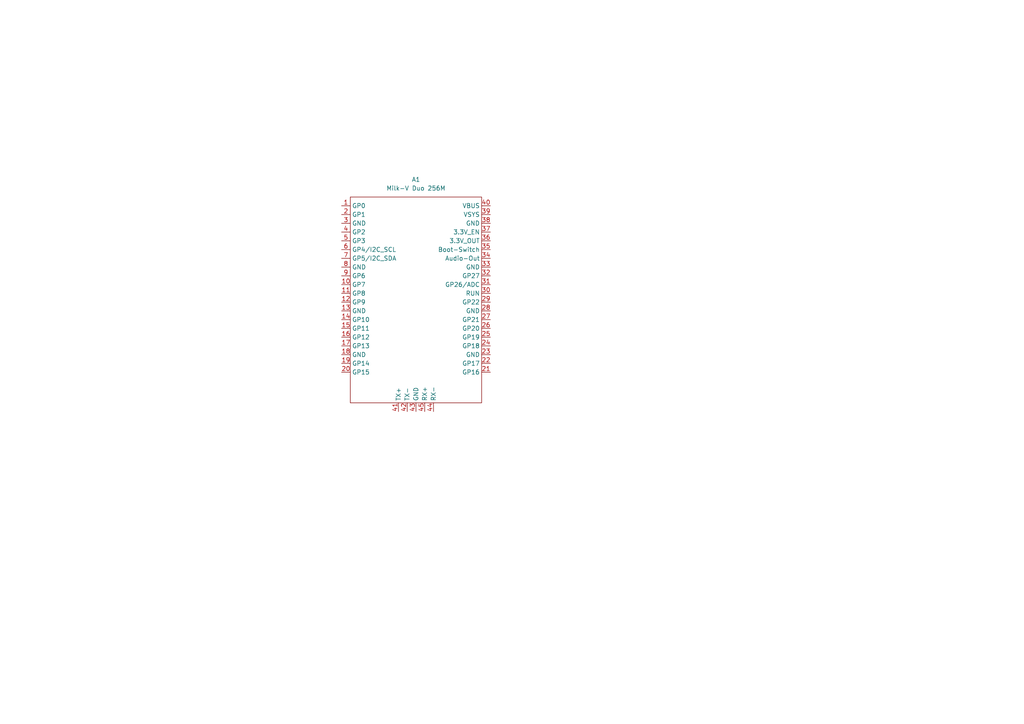
<source format=kicad_sch>
(kicad_sch (version 20231120) (generator "eeschema") (generator_version "8.0")
  (paper "A4")
  (lib_symbols
    (symbol "milkv_components:Milk-V_Duo_256M"
      (property "Reference" "A" (at 3.302 -1.27 0))
      (property "Value" "Milk-V Duo 256M" (at -9.906 -1.27 0))
      (symbol "Milk-V_Duo_256M_0_1"
        (rectangle (start -19.05 -2.54) (end 19.05 -62.23))
      )
      (symbol "Milk-V_Duo_256M_1_1"
        (pin bidirectional line (at -21.59 -5.08 0) (length 2.54) (name "GP0") (number "1"))
        (pin bidirectional line (at -21.59 -27.94 0) (length 2.54) (name "GP7") (number "10"))
        (pin bidirectional line (at -21.59 -30.48 0) (length 2.54) (name "GP8") (number "11"))
        (pin bidirectional line (at -21.59 -33.02 0) (length 2.54) (name "GP9") (number "12"))
        (pin output line (at -21.59 -35.56 0) (length 2.54) (name "GND") (number "13"))
        (pin bidirectional line (at -21.59 -38.1 0) (length 2.54) (name "GP10") (number "14"))
        (pin bidirectional line (at -21.59 -40.64 0) (length 2.54) (name "GP11") (number "15"))
        (pin bidirectional line (at -21.59 -43.18 0) (length 2.54) (name "GP12") (number "16"))
        (pin bidirectional line (at -21.59 -45.72 0) (length 2.54) (name "GP13") (number "17"))
        (pin output line (at -21.59 -48.26 0) (length 2.54) (name "GND") (number "18"))
        (pin bidirectional line (at -21.59 -50.8 0) (length 2.54) (name "GP14") (number "19"))
        (pin bidirectional line (at -21.59 -7.62 0) (length 2.54) (name "GP1") (number "2"))
        (pin bidirectional line (at -21.59 -53.34 0) (length 2.54) (name "GP15") (number "20"))
        (pin bidirectional line (at 21.59 -53.34 180) (length 2.54) (name "GP16") (number "21"))
        (pin bidirectional line (at 21.59 -50.8 180) (length 2.54) (name "GP17") (number "22"))
        (pin output line (at 21.59 -48.26 180) (length 2.54) (name "GND") (number "23"))
        (pin bidirectional line (at 21.59 -45.72 180) (length 2.54) (name "GP18") (number "24"))
        (pin bidirectional line (at 21.59 -43.18 180) (length 2.54) (name "GP19") (number "25"))
        (pin bidirectional line (at 21.59 -40.64 180) (length 2.54) (name "GP20") (number "26"))
        (pin bidirectional line (at 21.59 -38.1 180) (length 2.54) (name "GP21") (number "27"))
        (pin output line (at 21.59 -35.56 180) (length 2.54) (name "GND") (number "28"))
        (pin bidirectional line (at 21.59 -33.02 180) (length 2.54) (name "GP22") (number "29"))
        (pin output line (at -21.59 -10.16 0) (length 2.54) (name "GND") (number "3"))
        (pin bidirectional line (at 21.59 -30.48 180) (length 2.54) (name "RUN") (number "30"))
        (pin bidirectional line (at 21.59 -27.94 180) (length 2.54) (name "GP26/ADC") (number "31"))
        (pin bidirectional line (at 21.59 -25.4 180) (length 2.54) (name "GP27") (number "32"))
        (pin output line (at 21.59 -22.86 180) (length 2.54) (name "GND") (number "33"))
        (pin bidirectional line (at 21.59 -20.32 180) (length 2.54) (name "Audio-Out") (number "34"))
        (pin bidirectional line (at 21.59 -17.78 180) (length 2.54) (name "Boot-Switch") (number "35"))
        (pin output line (at 21.59 -15.24 180) (length 2.54) (name "3.3V_OUT") (number "36"))
        (pin output line (at 21.59 -12.7 180) (length 2.54) (name "3.3V_EN") (number "37"))
        (pin output line (at 21.59 -10.16 180) (length 2.54) (name "GND") (number "38"))
        (pin input line (at 21.59 -7.62 180) (length 2.54) (name "VSYS") (number "39"))
        (pin bidirectional line (at -21.59 -12.7 0) (length 2.54) (name "GP2") (number "4"))
        (pin bidirectional line (at 21.59 -5.08 180) (length 2.54) (name "VBUS") (number "40"))
        (pin bidirectional line (at -5.08 -64.77 90) (length 2.54) (name "TX+") (number "41"))
        (pin bidirectional line (at -2.54 -64.77 90) (length 2.54) (name "TX-") (number "42"))
        (pin output line (at 0 -64.77 90) (length 2.54) (name "GND") (number "43"))
        (pin bidirectional line (at 5.08 -64.77 90) (length 2.54) (name "RX-") (number "44"))
        (pin bidirectional line (at 2.54 -64.77 90) (length 2.54) (name "RX+") (number "45"))
        (pin bidirectional line (at -21.59 -15.24 0) (length 2.54) (name "GP3") (number "5"))
        (pin bidirectional line (at -21.59 -17.78 0) (length 2.54) (name "GP4/I2C_SCL") (number "6"))
        (pin bidirectional line (at -21.59 -20.32 0) (length 2.54) (name "GP5/I2C_SDA") (number "7"))
        (pin output line (at -21.59 -22.86 0) (length 2.54) (name "GND") (number "8"))
        (pin bidirectional line (at -21.59 -25.4 0) (length 2.54) (name "GP6") (number "9"))
      )
    )
  )
  (symbol (lib_id "milkv_components:Milk-V_Duo_256M") (at 120.65 54.61 0) (unit 1)
    (property "Reference" "A1" (at 120.65 52.07 0))
    (property "Value" "Milk-V Duo 256M" (at 120.65 54.61 0))
    (property "Footprint" "milkv:Milk-V Duo 256M" (effects (hide yes)))
    (property "Datasheet" "https://milkv.io/docs/duo/getting-started/duo256m" (effects (hide yes)))
  )
)
</source>
